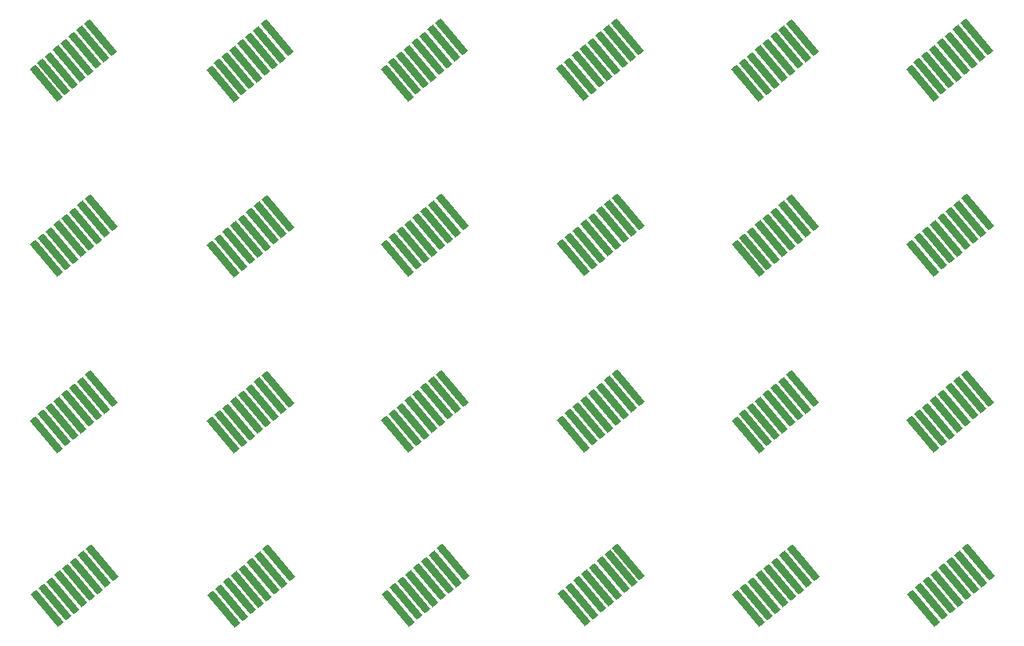
<source format=gbr>
%TF.GenerationSoftware,KiCad,Pcbnew,(6.0.1)*%
%TF.CreationDate,2023-02-20T14:13:47+01:00*%
%TF.ProjectId,omniscope,6f6d6e69-7363-46f7-9065-2e6b69636164,rev?*%
%TF.SameCoordinates,Original*%
%TF.FileFunction,Paste,Top*%
%TF.FilePolarity,Positive*%
%FSLAX46Y46*%
G04 Gerber Fmt 4.6, Leading zero omitted, Abs format (unit mm)*
G04 Created by KiCad (PCBNEW (6.0.1)) date 2023-02-20 14:13:47*
%MOMM*%
%LPD*%
G01*
G04 APERTURE LIST*
G04 Aperture macros list*
%AMRotRect*
0 Rectangle, with rotation*
0 The origin of the aperture is its center*
0 $1 length*
0 $2 width*
0 $3 Rotation angle, in degrees counterclockwise*
0 Add horizontal line*
21,1,$1,$2,0,0,$3*%
G04 Aperture macros list end*
%ADD10RotRect,0.806000X4.586000X40.000000*%
%ADD11RotRect,0.800000X4.586000X40.000000*%
%ADD12RotRect,0.808000X4.586000X40.000000*%
%ADD13RotRect,0.810000X4.586000X40.000000*%
G04 APERTURE END LIST*
D10*
%TO.C,J8*%
X45977519Y-29121373D03*
D11*
X46817870Y-28416233D03*
X47660520Y-27709168D03*
D12*
X48506233Y-26999531D03*
D11*
X49345818Y-26295033D03*
X50188467Y-25587970D03*
D13*
X51034946Y-24877689D03*
D11*
X51873765Y-24173835D03*
%TD*%
D10*
%TO.C,J6*%
X102568719Y-29070573D03*
D11*
X103409070Y-28365433D03*
X104251720Y-27658368D03*
D12*
X105097433Y-26948731D03*
D11*
X105937018Y-26244233D03*
X106779667Y-25537170D03*
D13*
X107626146Y-24826889D03*
D11*
X108464965Y-24123035D03*
%TD*%
D10*
%TO.C,J4*%
X64773519Y-29019773D03*
D11*
X65613870Y-28314633D03*
X66456520Y-27607568D03*
D12*
X67302233Y-26897931D03*
D11*
X68141818Y-26193433D03*
X68984467Y-25486370D03*
D13*
X69830946Y-24776089D03*
D11*
X70669765Y-24072235D03*
%TD*%
D10*
%TO.C,J5*%
X83721919Y-28968973D03*
D11*
X84562270Y-28263833D03*
X85404920Y-27556768D03*
D12*
X86250633Y-26847131D03*
D11*
X87090218Y-26142633D03*
X87932867Y-25435570D03*
D13*
X88779346Y-24725289D03*
D11*
X89618165Y-24021435D03*
%TD*%
D10*
%TO.C,J7*%
X121415519Y-29019773D03*
D11*
X122255870Y-28314633D03*
X123098520Y-27607568D03*
D12*
X123944233Y-26897931D03*
D11*
X124783818Y-26193433D03*
X125626467Y-25486370D03*
D13*
X126472946Y-24776089D03*
D11*
X127311765Y-24072235D03*
%TD*%
D10*
%TO.C,J1*%
X26927519Y-29070573D03*
D11*
X27767870Y-28365433D03*
X28610520Y-27658368D03*
D12*
X29456233Y-26948731D03*
D11*
X30295818Y-26244233D03*
X31138467Y-25537170D03*
D13*
X31984946Y-24826889D03*
D11*
X32823765Y-24123035D03*
%TD*%
D10*
%TO.C,J8*%
X46028319Y-48018973D03*
D11*
X46868670Y-47313833D03*
X47711320Y-46606768D03*
D12*
X48557033Y-45897131D03*
D11*
X49396618Y-45192633D03*
X50239267Y-44485570D03*
D13*
X51085746Y-43775289D03*
D11*
X51924565Y-43071435D03*
%TD*%
D10*
%TO.C,J6*%
X102619519Y-47968173D03*
D11*
X103459870Y-47263033D03*
X104302520Y-46555968D03*
D12*
X105148233Y-45846331D03*
D11*
X105987818Y-45141833D03*
X106830467Y-44434770D03*
D13*
X107676946Y-43724489D03*
D11*
X108515765Y-43020635D03*
%TD*%
D10*
%TO.C,J4*%
X64824319Y-47917373D03*
D11*
X65664670Y-47212233D03*
X66507320Y-46505168D03*
D12*
X67353033Y-45795531D03*
D11*
X68192618Y-45091033D03*
X69035267Y-44383970D03*
D13*
X69881746Y-43673689D03*
D11*
X70720565Y-42969835D03*
%TD*%
D10*
%TO.C,J5*%
X83772719Y-47866573D03*
D11*
X84613070Y-47161433D03*
X85455720Y-46454368D03*
D12*
X86301433Y-45744731D03*
D11*
X87141018Y-45040233D03*
X87983667Y-44333170D03*
D13*
X88830146Y-43622889D03*
D11*
X89668965Y-42919035D03*
%TD*%
D10*
%TO.C,J7*%
X121466319Y-47917373D03*
D11*
X122306670Y-47212233D03*
X123149320Y-46505168D03*
D12*
X123995033Y-45795531D03*
D11*
X124834618Y-45091033D03*
X125677267Y-44383970D03*
D13*
X126523746Y-43673689D03*
D11*
X127362565Y-42969835D03*
%TD*%
D10*
%TO.C,J1*%
X26978319Y-47968173D03*
D11*
X27818670Y-47263033D03*
X28661320Y-46555968D03*
D12*
X29507033Y-45846331D03*
D11*
X30346618Y-45141833D03*
X31189267Y-44434770D03*
D13*
X32035746Y-43724489D03*
D11*
X32874565Y-43020635D03*
%TD*%
D10*
%TO.C,J8*%
X46028319Y-67018173D03*
D11*
X46868670Y-66313033D03*
X47711320Y-65605968D03*
D12*
X48557033Y-64896331D03*
D11*
X49396618Y-64191833D03*
X50239267Y-63484770D03*
D13*
X51085746Y-62774489D03*
D11*
X51924565Y-62070635D03*
%TD*%
D10*
%TO.C,J6*%
X102619519Y-66967373D03*
D11*
X103459870Y-66262233D03*
X104302520Y-65555168D03*
D12*
X105148233Y-64845531D03*
D11*
X105987818Y-64141033D03*
X106830467Y-63433970D03*
D13*
X107676946Y-62723689D03*
D11*
X108515765Y-62019835D03*
%TD*%
D10*
%TO.C,J4*%
X64824319Y-66916573D03*
D11*
X65664670Y-66211433D03*
X66507320Y-65504368D03*
D12*
X67353033Y-64794731D03*
D11*
X68192618Y-64090233D03*
X69035267Y-63383170D03*
D13*
X69881746Y-62672889D03*
D11*
X70720565Y-61969035D03*
%TD*%
D10*
%TO.C,J5*%
X83772719Y-66865773D03*
D11*
X84613070Y-66160633D03*
X85455720Y-65453568D03*
D12*
X86301433Y-64743931D03*
D11*
X87141018Y-64039433D03*
X87983667Y-63332370D03*
D13*
X88830146Y-62622089D03*
D11*
X89668965Y-61918235D03*
%TD*%
D10*
%TO.C,J7*%
X121466319Y-66916573D03*
D11*
X122306670Y-66211433D03*
X123149320Y-65504368D03*
D12*
X123995033Y-64794731D03*
D11*
X124834618Y-64090233D03*
X125677267Y-63383170D03*
D13*
X126523746Y-62672889D03*
D11*
X127362565Y-61969035D03*
%TD*%
D10*
%TO.C,J1*%
X26978319Y-66967373D03*
D11*
X27818670Y-66262233D03*
X28661320Y-65555168D03*
D12*
X29507033Y-64845531D03*
D11*
X30346618Y-64141033D03*
X31189267Y-63433970D03*
D13*
X32035746Y-62723689D03*
D11*
X32874565Y-62019835D03*
%TD*%
D10*
%TO.C,J6*%
X102695422Y-85721273D03*
D11*
X103535773Y-85016133D03*
X104378423Y-84309068D03*
D12*
X105224136Y-83599431D03*
D11*
X106063721Y-82894933D03*
X106906370Y-82187870D03*
D13*
X107752849Y-81477589D03*
D11*
X108591668Y-80773735D03*
%TD*%
D10*
%TO.C,J8*%
X46104222Y-85772073D03*
D11*
X46944573Y-85066933D03*
X47787223Y-84359868D03*
D12*
X48632936Y-83650231D03*
D11*
X49472521Y-82945733D03*
X50315170Y-82238670D03*
D13*
X51161649Y-81528389D03*
D11*
X52000468Y-80824535D03*
%TD*%
D10*
%TO.C,J7*%
X121542222Y-85670473D03*
D11*
X122382573Y-84965333D03*
X123225223Y-84258268D03*
D12*
X124070936Y-83548631D03*
D11*
X124910521Y-82844133D03*
X125753170Y-82137070D03*
D13*
X126599649Y-81426789D03*
D11*
X127438468Y-80722935D03*
%TD*%
D10*
%TO.C,J4*%
X64900222Y-85670473D03*
D11*
X65740573Y-84965333D03*
X66583223Y-84258268D03*
D12*
X67428936Y-83548631D03*
D11*
X68268521Y-82844133D03*
X69111170Y-82137070D03*
D13*
X69957649Y-81426789D03*
D11*
X70796468Y-80722935D03*
%TD*%
D10*
%TO.C,J5*%
X83848622Y-85619673D03*
D11*
X84688973Y-84914533D03*
X85531623Y-84207468D03*
D12*
X86377336Y-83497831D03*
D11*
X87216921Y-82793333D03*
X88059570Y-82086270D03*
D13*
X88906049Y-81375989D03*
D11*
X89744868Y-80672135D03*
%TD*%
D10*
%TO.C,J1*%
X27054222Y-85721273D03*
D11*
X27894573Y-85016133D03*
X28737223Y-84309068D03*
D12*
X29582936Y-83599431D03*
D11*
X30422521Y-82894933D03*
X31265170Y-82187870D03*
D13*
X32111649Y-81477589D03*
D11*
X32950468Y-80773735D03*
%TD*%
M02*

</source>
